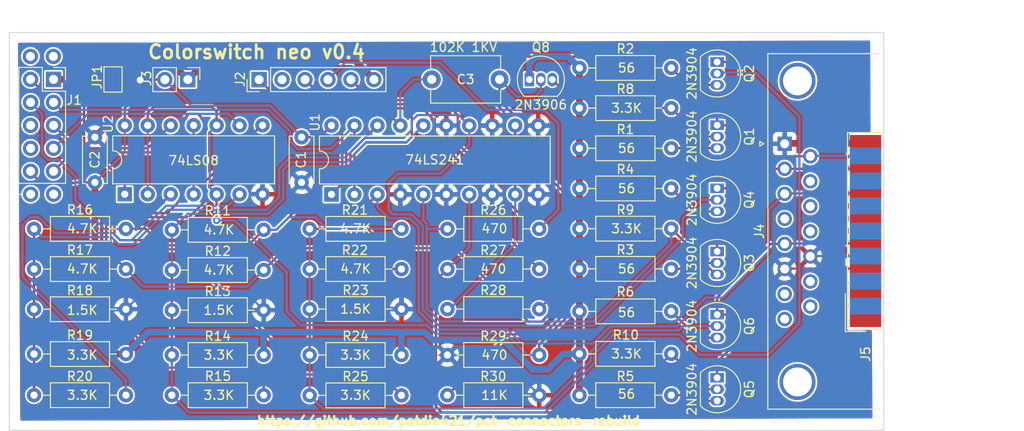
<source format=kicad_pcb>
(kicad_pcb (version 20221018) (generator pcbnew)
  (layers (0 "F.Cu" signal) (31 "B.Cu" signal) (34 "B.Paste" user) (35 "F.Paste" user) (36 "B.SilkS" user "B.Silkscreen") (37 "F.SilkS" user "F.Silkscreen") (38 "B.Mask" user) (39 "F.Mask" user) (44 "Edge.Cuts" user))
  (net 0 "")
  (net 1 "VCC")
  (net 2 "GND1")
  (net 3 "CS")
  (net 4 "Net-(Q8-B)")
  (net 5 "BLUE")
  (net 6 "Net-(Q1-B)")
  (net 7 "Net-(Q1-C)")
  (net 8 "CB")
  (net 9 "Net-(Q2-C)")
  (net 10 "RED")
  (net 11 "Net-(Q3-B)")
  (net 12 "Net-(Q3-C)")
  (net 13 "CR")
  (net 14 "Net-(Q4-C)")
  (net 15 "GREEN")
  (net 16 "Net-(Q5-B)")
  (net 17 "Net-(Q5-C)")
  (net 18 "CG")
  (net 19 "Net-(Q6-C)")
  (net 20 "Net-(Q8-C)")
  (net 21 "XINT")
  (net 22 "XB")
  (net 23 "XR")
  (net 24 "XG")
  (net 25 "Net-(J2-Pin_4)")
  (net 26 "Net-(J2-Pin_3)")
  (net 27 "Net-(J2-Pin_5)")
  (net 28 "ENABLE")
  (net 29 "Net-(J2-Pin_1)")
  (net 30 "CSYNC")
  (net 31 "G")
  (net 32 "B")
  (net 33 "R")
  (net 34 "INT")
  (net 35 "GND")
  (footprint "Resistor_THT:R_Axial_DIN0207_L6.3mm_D2.5mm_P10.16mm_Horizontal" (layer "F.Cu") (at 145.415 114.935)
    (fp_text reference "R30")
    (fp_text value "11K")
  )
  (footprint "Resistor_THT:R_Axial_DIN0207_L6.3mm_D2.5mm_P10.16mm_Horizontal" (layer "F.Cu") (at 130.175 105.41)
    (fp_text reference "R23")
    (fp_text value "1.5K")
  )
  (footprint "Connector_PinHeader_2.54mm:PinHeader_1x06_P2.54mm_Vertical" (layer "F.Cu") (at 124.587 80.03 90)
    (fp_text reference "J2")
    (fp_text value "Conn_01x06")
  )
  (footprint "Connector_PinHeader_2.54mm:PinHeader_1x02_P2.54mm_Vertical" (layer "F.Cu") (at 116.705 80.03 -90)
    (fp_text reference "J3")
    (fp_text value "Conn_01x02_Pin")
  )
  (footprint "Resistor_THT:R_Axial_DIN0207_L6.3mm_D2.5mm_P10.16mm_Horizontal" (layer "F.Cu") (at 160.02 114.935)
    (fp_text reference "R5")
    (fp_text value "56")
  )
  (footprint "Connector_PinHeader_2.54mm:PinHeader_1x02_P2.54mm_Vertical" (layer "F.Cu") (at 101.859 92.71 -90)
    (fp_text reference "J3" hide)
    (fp_text value "Conn_01x02_Pin")
  )
  (footprint "Resistor_THT:R_Axial_DIN0207_L6.3mm_D2.5mm_P10.16mm_Horizontal" (layer "F.Cu") (at 114.935 105.537)
    (fp_text reference "R13")
    (fp_text value "1.5K")
  )
  (footprint "Resistor_THT:R_Axial_DIN0207_L6.3mm_D2.5mm_P10.16mm_Horizontal" (layer "F.Cu") (at 114.935 114.935)
    (fp_text reference "R15")
    (fp_text value "3.3K")
  )
  (footprint "Connector_PinHeader_2.54mm:PinHeader_2x05_P2.54mm_Vertical" (layer "F.Cu") (at 99.314 80.01)
    (fp_text reference "J1")
    (fp_text value "Conn_02x05_Odd_Even")
  )
  (footprint "Package_DIP:DIP-14_W7.62mm" (layer "F.Cu") (at 109.728 92.71 90)
    (fp_text reference "U2")
    (fp_text value "74LS08")
  )
  (footprint "Capacitor_THT:C_Disc_D7.5mm_W5.0mm_P7.50mm" (layer "F.Cu") (at 143.683159 80.01)
    (fp_text reference "C3")
    (fp_text value "102K 1KV")
  )
  (footprint "Resistor_THT:R_Axial_DIN0207_L6.3mm_D2.5mm_P10.16mm_Horizontal" (layer "F.Cu") (at 114.935 96.647)
    (fp_text reference "R11")
    (fp_text value "4.7K")
  )
  (footprint "Resistor_THT:R_Axial_DIN0207_L6.3mm_D2.5mm_P10.16mm_Horizontal" (layer "F.Cu") (at 99.695 100.985)
    (fp_text reference "R17")
    (fp_text value "4.7K")
  )
  (footprint "Package_TO_SOT_THT:TO-92_Inline" (layer "F.Cu") (at 154.478159 80.03)
    (fp_text reference "Q8")
    (fp_text value "2N3906")
  )
  (footprint "Resistor_THT:R_Axial_DIN0207_L6.3mm_D2.5mm_P10.16mm_Horizontal" (layer "F.Cu") (at 145.415 96.54)
    (fp_text reference "R26")
    (fp_text value "470")
  )
  (footprint "Resistor_THT:R_Axial_DIN0207_L6.3mm_D2.5mm_P10.16mm_Horizontal" (layer "F.Cu") (at 145.415 100.985)
    (fp_text reference "R27")
    (fp_text value "470")
  )
  (footprint "Package_TO_SOT_THT:TO-92_Inline" (layer "F.Cu") (at 175.248159 99.04 -90)
    (fp_text reference "Q3")
    (fp_text value "2N3904")
  )
  (footprint "Resistor_THT:R_Axial_DIN0207_L6.3mm_D2.5mm_P10.16mm_Horizontal" (layer "F.Cu") (at 99.695 110.383)
    (fp_text reference "R19")
    (fp_text value "3.3K")
  )
  (footprint "Package_TO_SOT_THT:TO-92_Inline" (layer "F.Cu") (at 175.248159 78.085 -90)
    (fp_text reference "Q2")
    (fp_text value "2N3904")
  )
  (footprint "Resistor_THT:R_Axial_DIN0207_L6.3mm_D2.5mm_P10.16mm_Horizontal" (layer "F.Cu") (at 145.415 110.49)
    (fp_text reference "R29")
    (fp_text value "470")
  )
  (footprint "Resistor_THT:R_Axial_DIN0207_L6.3mm_D2.5mm_P10.16mm_Horizontal" (layer "F.Cu") (at 160.02 92.075)
    (fp_text reference "R4")
    (fp_text value "56")
  )
  (footprint "Resistor_THT:R_Axial_DIN0207_L6.3mm_D2.5mm_P10.16mm_Horizontal" (layer "F.Cu") (at 114.935 110.49)
    (fp_text reference "R14")
    (fp_text value "3.3K")
  )
  (footprint "Resistor_THT:R_Axial_DIN0207_L6.3mm_D2.5mm_P10.16mm_Horizontal" (layer "F.Cu") (at 99.695 105.43)
    (fp_text reference "R18")
    (fp_text value "1.5K")
  )
  (footprint "Jumper:SolderJumper-2_P1.3mm_Open_Pad1.0x1.5mm" (layer "F.Cu") (at 108.43 80.015 -90)
    (fp_text reference "JP1")
    (fp_text value "Jumper_2_Open")
  )
  (footprint "Package_TO_SOT_THT:TO-92_Inline" (layer "F.Cu") (at 175.248159 106.025 -90)
    (fp_text reference "Q6")
    (fp_text value "2N3904")
  )
  (footprint "Resistor_THT:R_Axial_DIN0207_L6.3mm_D2.5mm_P10.16mm_Horizontal" (layer "F.Cu") (at 99.695 96.54)
    (fp_text reference "R16")
    (fp_text value "4.7K")
  )
  (footprint "Resistor_THT:R_Axial_DIN0207_L6.3mm_D2.5mm_P10.16mm_Horizontal" (layer "F.Cu") (at 170.18 83.185 180)
    (fp_text reference "R8")
    (fp_text value "3.3K")
  )
  (footprint "Resistor_THT:R_Axial_DIN0207_L6.3mm_D2.5mm_P10.16mm_Horizontal" (layer "F.Cu") (at 170.18 110.363 180)
    (fp_text reference "R10")
    (fp_text value "3.3K")
  )
  (footprint "Resistor_THT:R_Axial_DIN0207_L6.3mm_D2.5mm_P10.16mm_Horizontal" (layer "F.Cu") (at 160.02 100.965)
    (fp_text reference "R3")
    (fp_text value "56")
  )
  (footprint "Resistor_THT:R_Axial_DIN0207_L6.3mm_D2.5mm_P10.16mm_Horizontal" (layer "F.Cu") (at 130.175 114.955)
    (fp_text reference "R25")
    (fp_text value "3.3K")
  )
  (footprint "Resistor_THT:R_Axial_DIN0207_L6.3mm_D2.5mm_P10.16mm_Horizontal" (layer "F.Cu") (at 160.02 105.664)
    (fp_text reference "R6")
    (fp_text value "56")
  )
  (footprint "Capacitor_THT:C_Disc_D5.0mm_W2.5mm_P5.00mm" (layer "F.Cu") (at 129.286 86.4 -90)
    (fp_text reference "C1")
    (fp_text value "10nF")
  )
  (footprint "Package_TO_SOT_THT:TO-92_Inline" (layer "F.Cu") (at 175.248159 113.01 -90)
    (fp_text reference "Q5")
    (fp_text value "2N3904")
  )
  (footprint "Package_TO_SOT_THT:TO-92_Inline" (layer "F.Cu") (at 175.248159 85.07 -90)
    (fp_text reference "Q1")
    (fp_text value "2N3904")
  )
  (footprint "Resistor_THT:R_Axial_DIN0207_L6.3mm_D2.5mm_P10.16mm_Horizontal" (layer "F.Cu") (at 160.02 78.74)
    (fp_text reference "R2")
    (fp_text value "56")
  )
  (footprint "Resistor_THT:R_Axial_DIN0207_L6.3mm_D2.5mm_P10.16mm_Horizontal" (layer "F.Cu") (at 170.18 96.52 180)
    (fp_text reference "R9")
    (fp_text value "3.3K")
  )
  (footprint "Package_TO_SOT_THT:TO-92_Inline" (layer "F.Cu") (at 175.248159 92.055 -90)
    (fp_text reference "Q4")
    (fp_text value "2N3904")
  )
  (footprint "Resistor_THT:R_Axial_DIN0207_L6.3mm_D2.5mm_P10.16mm_Horizontal" (layer "F.Cu") (at 130.175 100.985)
    (fp_text reference "R22")
    (fp_text value "4.7K")
  )
  (footprint "Resistor_THT:R_Axial_DIN0207_L6.3mm_D2.5mm_P10.16mm_Horizontal" (layer "F.Cu") (at 145.415 105.41)
    (fp_text reference "R28")
    (fp_text value "470")
  )
  (footprint "Resistor_THT:R_Axial_DIN0207_L6.3mm_D2.5mm_P10.16mm_Horizontal" (layer "F.Cu") (at 99.695 114.935)
    (fp_text reference "R20")
    (fp_text value "3.3K")
  )
  (footprint "Capacitor_THT:C_Disc_D5.0mm_W2.5mm_P5.00mm" (layer "F.Cu") (at 106.426 91.4 90)
    (fp_text reference "C2")
    (fp_text value "10nF")
  )
  (footprint "Resistor_THT:R_Axial_DIN0207_L6.3mm_D2.5mm_P10.16mm_Horizontal" (layer "F.Cu") (at 130.175 96.54)
    (fp_text reference "R21")
    (fp_text value "4.7K")
  )
  (footprint "Connector_PinHeader_2.54mm:PinHeader_1x02_P2.54mm_Vertical" (layer "F.Cu") (at 101.835 77.47 -90)
    (fp_text reference "J3" hide)
    (fp_text value "Conn_01x02_Pin")
  )
  (footprint "Connector_Dsub:DSUB-15_Female_Horizontal_P2.77x2.84mm_EdgePinOffset7.70mm_Housed_MountingHolesOffset9.12mm" (layer "F.Cu") (at 182.718159 87.125 90)
    (fp_text reference "J4")
    (fp_text value "DA15_Plug")
  )
  (footprint "Package_DIP:DIP-20_W7.62mm" (layer "F.Cu") (at 132.593 92.73 90)
    (fp_text reference "U1")
    (fp_text value "74LS241")
  )
  (footprint "Resistor_THT:R_Axial_DIN0207_L6.3mm_D2.5mm_P10.16mm_Horizontal" (layer "F.Cu") (at 160.02 87.63)
    (fp_text reference "R1")
    (fp_text value "56")
  )
  (footprint "Resistor_THT:R_Axial_DIN0207_L6.3mm_D2.5mm_P10.16mm_Horizontal" (layer "F.Cu") (at 130.175 110.49)
    (fp_text reference "R24")
    (fp_text value "3.3K")
  )
  (footprint "Connector_Dsub:DSUB-15_Male_EdgeMount_P2.77mm" (layer "F.Cu") (at 191.6655 96.774 90)
    (fp_text reference "J5")
    (fp_text value "DA15_Plug")
  )
  (footprint "Resistor_THT:R_Axial_DIN0207_L6.3mm_D2.5mm_P10.16mm_Horizontal" (layer "F.Cu") (at 114.935 101.092)
    (fp_text reference "R12")
    (fp_text value "4.7K")
  )
  (gr_rect (start 96.962 74.83) (end 193.675 118.83) (stroke (width 0.1)) (fill none) (layer "Edge.Cuts"))
  (gr_text "Colorswitch neo v0.4" (at 112.141 77.851) (layer "F.SilkS") (effects (font (size 1.5 1.5) (thickness 0.3) bold) (justify left bottom)))
  (gr_text "https://github.com/patdie421/pct-connectors-rebuild" (at 124.206 118.364) (layer "F.SilkS") (effects (font (size 1 1) (thickness 0.3) bold) (justify left bottom)))
  (segment (start 104.152656 91.467344) (end 100.484344 91.467344) (width 0.25) (layer "F.Cu") (net 1))
  (segment (start 129.286 86.4) (end 131.303 86.4) (width 0.25) (layer "F.Cu") (net 1))
  (segment (start 114.165 80.03) (end 112.883 80.03) (width 0.25) (layer "F.Cu") (net 1))
  (segment (start 108.478 110.383) (end 106.426 108.331) (width 0.75) (layer "F.Cu") (net 1))
  (segment (start 106.426 108.331) (end 106.426 91.4) (width 0.75) (layer "F.Cu") (net 1))
  (segment (start 160.02 96.52) (end 160.02 100.965) (width 0.75) (layer "F.Cu") (net 1))
  (segment (start 104.22 91.4) (end 104.152656 91.467344) (width 0.25) (layer "F.Cu") (net 1))
  (segment (start 160.02 110.363) (end 160.02 115.062) (width 0.75) (layer "F.Cu") (net 1))
  (segment (start 100.484344 91.467344) (end 99.314 90.297) (width 0.25) (layer "F.Cu") (net 1))
  (segment (start 160.02 78.74) (end 160.02 83.185) (width 0.75) (layer "F.Cu") (net 1))
  (segment (start 109.728 83.185) (end 109.728 85.09) (width 0.25) (layer "F.Cu") (net 1))
  (segment (start 160.02 105.664) (end 160.02 100.965) (width 0.75) (layer "F.Cu") (net 1))
  (segment (start 160.02 110.363) (end 160.02 105.664) (width 0.75) (layer "F.Cu") (net 1))
  (segment (start 160.02 83.185) (end 160.02 87.63) (width 0.75) (layer "F.Cu") (net 1))
  (segment (start 160.02 87.63) (end 160.02 92.075) (width 0.75) (layer "F.Cu") (net 1))
  (segment (start 131.303 86.4) (end 132.593 85.11) (width 0.25) (layer "F.Cu") (net 1))
  (segment (start 109.855 110.383) (end 108.478 110.383) (width 0.75) (layer "F.Cu") (net 1))
  (segment (start 160.02 92.075) (end 160.02 96.52) (width 0.75) (layer "F.Cu") (net 1))
  (segment (start 106.426 91.4) (end 104.22 91.4) (width 0.25) (layer "F.Cu") (net 1))
  (segment (start 112.883 80.03) (end 109.728 83.185) (width 0.25) (layer "F.Cu") (net 1))
  (segment (start 160.02 92.075) (end 160.02 91.44) (width 0.25) (layer "B.Cu") (net 1))
  (segment (start 140.335 107.97) (end 138.441841 107.97) (width 0.75) (layer "B.Cu") (net 1))
  (segment (start 125.329 107.97) (end 138.441841 107.97) (width 0.75) (layer "B.Cu") (net 1))
  (segment (start 154.848421 112.08) (end 156.525 112.08) (width 0.75) (layer "B.Cu") (net 1))
  (segment (start 125.095 110.49) (end 125.095 108.204) (width 0.75) (layer "B.Cu") (net 1))
  (segment (start 129.286 86.4) (end 125.806 82.92) (width 0.25) (layer "B.Cu") (net 1))
  (segment (start 109.855 110.383) (end 112.268 107.97) (width 0.75) (layer "B.Cu") (net 1))
  (segment (start 125.806 82.92) (end 117.055 82.92) (width 0.25) (layer "B.Cu") (net 1))
  (segment (start 109.728 85.09) (end 109.728 88.098) (width 0.25) (layer "B.Cu") (net 1))
  (segment (start 154.478159 80.03) (end 154.478159 78.202133) (width 0.75) (layer "B.Cu") (net 1))
  (segment (start 117.055 82.92) (end 114.165 80.03) (width 0.25) (layer "B.Cu") (net 1))
  (segment (start 143.776863 108.83) (end 151.598421 108.83) (width 0.75) (layer "B.Cu") (net 1))
  (segment (start 142.916862 107.97) (end 143.776863 108.83) (width 0.75) (layer "B.Cu") (net 1))
  (segment (start 154.478159 78.202133) (end 155.210292 77.47) (width 0.75) (layer "B.Cu") (net 1))
  (segment (start 160 110.383) (end 160.02 110.363) (width 0.75) (layer "B.Cu") (net 1))
  (segment (start 112.268 107.97) (end 125.329 107.97) (width 0.75) (layer "B.Cu") (net 1))
  (segment (start 156.525 112.08) (end 158.222 110.383) (width 0.75) (layer "B.Cu") (net 1))
  (segment (start 109.728 88.098) (end 106.426 91.4) (width 0.25) (layer "B.Cu") (net 1))
  (segment (start 140.335 110.383) (end 140.335 107.97) (width 0.75) (layer "B.Cu") (net 1))
  (segment (start 155.210292 77.47) (end 158.75 77.47) (width 0.75) (layer "B.Cu") (net 1))
  (segment (start 158.222 110.383) (end 160 110.383) (width 0.75) (layer "B.Cu") (net 1))
  (segment (start 151.598421 108.83) (end 154.848421 112.08) (width 0.75) (layer "B.Cu") (net 1))
  (segment (start 158.75 77.47) (end 160.02 78.74) (width 0.75) (layer "B.Cu") (net 1))
  (segment (start 125.095 108.204) (end 125.329 107.97) (width 0.75) (layer "B.Cu") (net 1))
  (segment (start 138.441841 107.97) (end 142.916862 107.97) (width 0.75) (layer "B.Cu") (net 1))
  (segment (start 182.764159 87.079) (end 182.718159 87.125) (width 0.25) (layer "F.Cu") (net 2))
  (segment (start 108.43 84.396) (end 106.426 86.4) (width 0.75) (layer "F.Cu") (net 2))
  (segment (start 111.43 80.08) (end 110.845 80.665) (width 0.75) (layer "F.Cu") (net 2))
  (segment (start 110.845 80.665) (end 108.43 80.665) (width 0.75) (layer "F.Cu") (net 2))
  (segment (start 111.43 80.08) (end 111.33 79.98) (width 0.25) (layer "F.Cu") (net 2))
  (segment (start 182.764159 100.929) (end 182.718159 100.975) (width 0.25) (layer "F.Cu") (net 2))
  (segment (start 155.575 114.935) (end 155.575 115.082) (width 0.25) (layer "F.Cu") (net 2))
  (segment (start 108.43 80.665) (end 108.43 84.396) (width 0.75) (layer "F.Cu") (net 2))
  (segment (start 191.6655 87.079) (end 182.764159 87.079) (width 0.75) (layer "F.Cu") (net 2))
  (segment (start 191.6655 100.929) (end 182.764159 100.929) (width 0.25) (layer "F.Cu") (net 2))
  (via (at 111.43 80.08) (size 1) (drill 0.75) (layers "F.Cu" "B.Cu") (net 2))
  (segment (start 122.936 103.378) (end 125.095 105.537) (width 0.25) (layer "B.Cu") (net 2))
  (segment (start 191.6655 99.544) (end 185.604159 99.544) (width 0.25) (layer "B.Cu") (net 2))
  (segment (start 111.907 103.378) (end 122.936 103.378) (width 0.25) (layer "B.Cu") (net 2))
  (segment (start 109.855 105.43) (end 111.907 103.378) (width 0.25) (layer "B.Cu") (net 2))
  (segment (start 185.604159 99.544) (end 185.558159 99.59) (width 0.25) (layer "B.Cu") (net 2))
  (segment (start 151.15 110.51) (end 155.575 114.935) (width 0.25) (layer "B.Cu") (net 2))
  (segment (start 144.537841 110.51) (end 151.15 110.51) (width 0.25) (layer "B.Cu") (net 2))
  (segment (start 185.558159 99.59) (end 185.525 99.59) (width 0.25) (layer "B.Cu") (net 2))
  (segment (start 125.095 96.647) (end 126.492 96.647) (width 0.25) (layer "F.Cu") (net 3))
  (segment (start 133.783 90.88) (end 133.783 84.784) (width 0.25) (layer "F.Cu") (net 3))
  (segment (start 133.783 84.784) (end 134.912 83.655) (width 0.25) (layer "F.Cu") (net 3))
  (segment (start 131.699 91.44) (end 133.223 91.44) (width 0.25) (layer "F.Cu") (net 3))
  (segment (start 109.855 96.54) (end 109.875 96.52) (width 0.25) (layer "F.Cu") (net 3))
  (segment (start 133.223 91.44) (end 133.783 90.88) (width 0.25) (layer "F.Cu") (net 3))
  (segment (start 109.875 96.52) (end 112.014 96.52) (width 0.25) (layer "F.Cu") (net 3))
  (segment (start 134.912 83.655) (end 138.758 83.655) (width 0.25) (layer "F.Cu") (net 3))
  (segment (start 126.492 96.647) (end 131.699 91.44) (width 0.25) (layer "F.Cu") (net 3))
  (segment (start 112.014 96.52) (end 113.85 98.356) (width 0.25) (layer "F.Cu") (net 3))
  (segment (start 113.85 98.356) (end 123.386 98.356) (width 0.25) (layer "F.Cu") (net 3))
  (segment (start 123.386 98.356) (end 125.095 96.647) (width 0.25) (layer "F.Cu") (net 3))
  (segment (start 138.758 83.655) (end 140.213 85.11) (width 0.25) (layer "F.Cu") (net 3))
  (segment (start 140.315 96.52) (end 140.335 96.54) (width 0.25) (layer "B.Cu") (net 3))
  (segment (start 130.81 95.25) (end 132.08 96.52) (width 0.25) (layer "B.Cu") (net 3))
  (segment (start 102.443366 88.9) (end 104.267 90.723634) (width 0.25) (layer "B.Cu") (net 3))
  (segment (start 104.267 90.723634) (end 104.267 93.345) (width 0.25) (layer "B.Cu") (net 3))
  (segment (start 143.683159 80.01) (end 141.715957 80.01) (width 0.25) (layer "B.Cu") (net 3))
  (segment (start 100.584 83.82) (end 100.584 88.235513) (width 0.25) (layer "B.Cu") (net 3))
  (segment (start 126.492 96.647) (end 127.889 95.25) (width 0.25) (layer "B.Cu") (net 3))
  (segment (start 141.715957 80.01) (end 140.213 81.512957) (width 0.25) (layer "B.Cu") (net 3))
  (segment (start 99.314 82.55) (end 100.584 83.82) (width 0.25) (layer "B.Cu") (net 3))
  (segment (start 101.248487 88.9) (end 102.443366 88.9) (width 0.25) (layer "B.Cu") (net 3))
  (segment (start 107.462 96.54) (end 109.855 96.54) (width 0.25) (layer "B.Cu") (net 3))
  (segment (start 104.267 93.345) (end 107.462 96.54) (width 0.25) (layer "B.Cu") (net 3))
  (segment (start 125.095 96.647) (end 126.492 96.647) (width 0.25) (layer "B.Cu") (net 3))
  (segment (start 127.889 95.25) (end 130.81 95.25) (width 0.25) (layer "B.Cu") (net 3))
  (segment (start 132.08 96.52) (end 140.315 96.52) (width 0.25) (layer "B.Cu") (net 3))
  (segment (start 100.584 88.235513) (end 101.248487 88.9) (width 0.25) (layer "B.Cu") (net 3))
  (segment (start 140.213 81.512957) (end 140.213 85.11) (width 0.25) (layer "B.Cu") (net 3))
  (segment (start 145.415 114.935) (end 152.146 108.204) (width 0.25) (layer "F.Cu") (net 4))
  (segment (start 158.427 92.641) (end 154.178 88.392) (width 0.25) (layer "F.Cu") (net 4))
  (segment (start 154.178 84.582) (end 153.416 83.82) (width 0.25) (layer "F.Cu") (net 4))
  (segment (start 158.427 105.858604) (end 158.427 92.641) (width 0.25) (layer "F.Cu") (net 4))
  (segment (start 151.183159 82.349159) (end 151.183159 80.01) (width 0.25) (layer "F.Cu") (net 4))
  (segment (start 153.416 83.82) (end 152.654 83.82) (width 0.25) (layer "F.Cu") (net 4))
  (segment (start 156.081604 108.204) (end 158.427 105.858604) (width 0.25) (layer "F.Cu") (net 4))
  (segment (start 154.178 88.392) (end 154.178 84.582) (width 0.25) (layer "F.Cu") (net 4))
  (segment (start 152.654 83.82) (end 151.183159 82.349159) (width 0.25) (layer "F.Cu") (net 4))
  (segment (start 152.146 108.204) (end 156.081604 108.204) (width 0.25) (layer "F.Cu") (net 4))
  (segment (start 155.113159 81.915) (end 155.748159 81.28) (width 0.25) (layer "B.Cu") (net 4))
  (segment (start 153.088159 81.915) (end 155.113159 81.915) (width 0.25) (layer "B.Cu") (net 4))
  (segment (start 151.183159 80.01) (end 153.088159 81.915) (width 0.25) (layer "B.Cu") (net 4))
  (segment (start 155.748159 81.28) (end 155.748159 80.03) (width 0.25) (layer "B.Cu") (net 4))
  (segment (start 175.258159 85.08) (end 177.028 85.08) (width 0.25) (layer "F.Cu") (net 5))
  (segment (start 175.248159 83.323841) (end 177.8 80.772) (width 0.25) (layer "F.Cu") (net 5))
  (segment (start 177.8 80.772) (end 177.8 78.682329) (width 0.25) (layer "F.Cu") (net 5))
  (segment (start 180.458 88.51) (end 185.558159 88.51) (width 0.25) (layer "F.Cu") (net 5))
  (segment (start 177.8 78.682329) (end 177.202671 78.085) (width 0.25) (layer "F.Cu") (net 5))
  (segment (start 177.028 85.08) (end 180.458 88.51) (width 0.25) (layer "F.Cu") (net 5))
  (segment (start 175.248159 85.07) (end 175.248159 83.323841) (width 0.25) (layer "F.Cu") (net 5))
  (segment (start 175.248159 85.07) (end 175.258159 85.08) (width 0.25) (layer "F.Cu") (net 5))
  (segment (start 177.202671 78.085) (end 175.248159 78.085) (width 0.25) (layer "F.Cu") (net 5))
  (segment (start 175.248159 85.07) (end 175.258159 85.06) (width 0.25) (layer "F.Cu") (net 5))
  (segment (start 191.6655 88.464) (end 185.604159 88.464) (width 0.25) (layer "B.Cu") (net 5))
  (segment (start 185.604159 88.464) (end 185.558159 88.51) (width 0.25) (layer "B.Cu") (net 5))
  (segment (start 151.638 85.7885) (end 151.638 83.566) (width 0.25) (layer "F.Cu") (net 6))
  (segment (start 150.348 77.49) (end 161.945 77.49) (width 0.25) (layer "F.Cu") (net 6))
  (segment (start 152.458 86.6085) (end 151.638 85.7885) (width 0.25) (layer "F.Cu") (net 6))
  (segment (start 175.248159 86.34) (end 173.335 86.34) (width 0.25) (layer "F.Cu") (net 6))
  (segment (start 152.458 90.228) (end 152.458 86.6085) (width 0.25) (layer "F.Cu") (net 6))
  (segment (start 152.908 92.725) (end 152.908 90.678) (width 0.25) (layer "F.Cu") (net 6))
  (segment (start 151.638 83.566) (end 149.858159 81.786159) (width 0.25) (layer "F.Cu") (net 6))
  (segment (start 173.335 86.34) (end 170.18 83.185) (width 0.25) (layer "F.Cu") (net 6))
  (segment (start 152.908 90.678) (end 152.458 90.228) (width 0.25) (layer "F.Cu") (net 6))
  (segment (start 149.858159 81.786159) (end 149.858159 77.979841) (width 0.25) (layer "F.Cu") (net 6))
  (segment (start 161.945 77.49) (end 167.64 83.185) (width 0.25) (layer "F.Cu") (net 6))
  (segment (start 152.913 92.73) (end 152.908 92.725) (width 0.25) (layer "F.Cu") (net 6))
  (segment (start 149.858159 77.979841) (end 150.348 77.49) (width 0.25) (layer "F.Cu") (net 6))
  (segment (start 167.64 83.185) (end 170.18 83.185) (width 0.25) (layer "F.Cu") (net 6))
  (segment (start 152.913 98.186) (end 145.415 105.684) (width 0.25) (layer "B.Cu") (net 6))
  (segment (start 152.913 92.73) (end 152.913 98.186) (width 0.25) (layer "B.Cu") (net 6))
  (segment (start 170.18 87.63) (end 170.2 87.61) (width 0.25) (layer "F.Cu") (net 7))
  (segment (start 170.2 87.61) (end 175.248159 87.61) (width 0.25) (layer "F.Cu") (net 7))
  (segment (start 114.935 110.49) (end 114.935 105.537) (width 0.25) (layer "F.Cu") (net 8))
  (segment (start 114.935 101.092) (end 114.935 105.537) (width 0.25) (layer "F.Cu") (net 8))
  (segment (start 184.346 106.992) (end 180.868 110.47) (width 0.25) (layer "B.Cu") (net 8))
  (segment (start 116.702 94.88) (end 125.592 94.88) (width 0.25) (layer "B.Cu") (net 8))
  (segment (start 161.701637 111.348363) (end 156.19 116.86) (width 0.25) (layer "B.Cu") (net 8))
  (segment (start 136.456 86.937) (end 140.926 86.937) (width 0.25) (layer "B.Cu") (net 8))
  (segment (start 175.248159 79.355) (end 175.661 79.355) (width 0.25) (layer "B.Cu") (net 8))
  (segment (start 128.143 89.154) (end 134.239 89.154) (width 0.25) (layer "B.Cu") (net 8))
  (segment (start 175.768 79.248) (end 179.451001 79.248) (width 0.25) (layer "B.Cu") (net 8))
  (segment (start 114.935 96.647) (end 114.935 101.092) (width 0.25) (layer "B.Cu") (net 8))
  (segment (start 140.926 86.937) (end 142.753 85.11) (width 0.25) (layer "B.Cu") (net 8))
  (segment (start 127.254 90.043) (end 128.143 89.154) (width 0.25) (layer "B.Cu") (net 8))
  (segment (start 175.661 79.355) (end 175.768 79.248) (width 0.25) (layer "B.Cu") (net 8))
  (segment (start 127.254 93.218) (end 127.254 90.043) (width 0.25) (layer "B.Cu") (net 8))
  (segment (start 180.868 110.47) (end 173.335 110.47) (width 0.25) (layer "B.Cu") (net 8))
  (segment (start 114.935 96.647) (end 116.702 94.88) (width 0.25) (layer "B.Cu") (net 8))
  (segment (start 114.935 114.935) (end 114.935 110.49) (width 0.25) (layer "B.Cu") (net 8))
  (segment (start 179.451001 79.248) (end 184.346 84.142999) (width 0.25) (layer "B.Cu") (net 8))
  (segment (start 163.820396 108.215) (end 161.701637 110.333759) (width 0.25) (layer "B.Cu") (net 8))
  (segment (start 125.592 94.88) (end 127.254 93.218) (width 0.25) (layer "B.Cu") (net 8))
  (segment (start 171.08 108.215) (end 163.820396 108.215) (width 0.25) (layer "B.Cu") (net 8))
  (segment (start 184.346 84.142999) (end 184.346 106.992) (width 0.25) (layer "B.Cu") (net 8))
  (segment (start 134.239 89.154) (end 136.456 86.937) (width 0.25) (layer "B.Cu") (net 8))
  (segment (start 156.19 116.86) (end 116.86 116.86) (width 0.25) (layer "B.Cu") (net 8))
  (segment (start 161.701637 110.333759) (end 161.701637 111.348363) (width 0.25) (layer "B.Cu") (net 8))
  (segment (start 116.86 116.86) (end 114.935 114.935) (width 0.25) (layer "B.Cu") (net 8))
  (segment (start 173.335 110.47) (end 171.08 108.215) (width 0.25) (layer "B.Cu") (net 8))
  (segment (start 170.18 78.74) (end 172.065 80.625) (width 0.25) (layer "F.Cu") (net 9))
  (segment (start 172.065 80.625) (end 175.248159 80.625) (width 0.25) (layer "F.Cu") (net 9))
  (segment (start 175.248159 92.055) (end 177.202671 92.055) (width 0.25) (layer "F.Cu") (net 10))
  (segment (start 177.202671 92.055) (end 177.8 92.652329) (width 0.25) (layer "F.Cu") (net 10))
  (segment (start 182.718159 89.895) (end 191.495 89.895) (width 0.25) (layer "F.Cu") (net 10))
  (segment (start 177.038 92.055) (end 175.248159 92.055) (width 0.25) (layer "F.Cu") (net 10))
  (segment (start 179.198 89.895) (end 177.038 92.055) (width 0.25) (layer "F.Cu") (net 10))
  (segment (start 177.8 94.742) (end 175.248159 97.293841) (width 0.25) (layer "F.Cu") (net 10))
  (segment (start 177.8 92.652329) (end 177.8 94.742) (width 0.25) (layer "F.Cu") (net 10))
  (segment (start 175.248159 97.293841) (end 175.248159 99.04) (width 0.25) (layer "F.Cu") (net 10))
  (segment (start 191.495 89.895) (end 191.516 89.916) (width 0.25) (layer "F.Cu") (net 10))
  (segment (start 182.718159 89.895) (end 179.198 89.895) (width 0.25) (layer "F.Cu") (net 10))
  (segment (start 170.18 96.52) (end 173.97 100.31) (width 0.25) (layer "F.Cu") (net 11))
  (segment (start 173.97 100.31) (end 175.248159 100.31) (width 0.25) (layer "F.Cu") (net 11))
  (segment (start 170.18 96.52) (end 170.18 98.171) (width 0.25) (layer "B.Cu") (net 11))
  (segment (start 143.129 96.52) (end 143.129 105.283) (width 0.25) (layer "B.Cu") (net 11))
  (segment (start 175.712779 100.31) (end 175.248159 100.31) (width 0.25) (layer "B.Cu") (net 11))
  (segment (start 145.415 95.885) (end 145.415 96.54) (width 0.25) (layer "B.Cu") (net 11))
  (segment (start 170.18 98.171) (end 168.041 100.31) (width 0.25) (layer "B.Cu") (net 11))
  (segment (start 143.129 105.283) (end 144.626 106.78) (width 0.25) (layer "B.Cu") (net 11))
  (segment (start 152.877029 106.78) (end 152.886029 106.789) (width 0.25) (layer "B.Cu") (net 11))
  (segment (start 142.748 95.593) (end 143.129 95.974) (width 0.25) (layer "B.Cu") (net 11))
  (segment (start 161.562 106.789) (end 168.041 100.31) (width 0.25) (layer "B.Cu") (net 11))
  (segment (start 145.415 96.54) (end 143.149 96.54) (width 0.25) (layer "B.Cu") (net 11))
  (segment (start 142.753 92.73) (end 142.748 92.735) (width 0.25) (layer "B.Cu") (net 11))
  (segment (start 144.626 106.78) (end 152.877029 106.78) (width 0.25) (layer "B.Cu") (net 11))
  (segment (start 143.149 96.54) (end 143.129 96.52) (width 0.25) (layer "B.Cu") (net 11))
  (segment (start 143.129 95.974) (end 143.129 96.52) (width 0.25) (layer "B.Cu") (net 11))
  (segment (start 152.886029 106.789) (end 161.562 106.789) (width 0.25) (layer "B.Cu") (net 11))
  (segment (start 142.748 92.735) (end 142.748 95.593) (width 0.25) (layer "B.Cu") (net 11))
  (segment (start 175.094969 101.58) (end 175.248159 101.58) (width 0.25) (layer "F.Cu") (net 12))
  (segment (start 170.18 100.965) (end 174.479969 100.965) (width 0.25) (layer "F.Cu") (net 12))
  (segment (start 174.479969 100.965) (end 175.094969 101.58) (width 0.25) (layer "F.Cu") (net 12))
  (segment (start 99.695 105.43) (end 99.695 100.985) (width 0.25) (layer "F.Cu") (net 13))
  (segment (start 99.695 100.985) (end 99.695 96.54) (width 0.25) (layer "F.Cu") (net 13))
  (segment (start 99.695 110.383) (end 99.695 105.43) (width 0.25) (layer "F.Cu") (net 13))
  (segment (start 99.695 115.082) (end 99.695 110.383) (width 0.25) (layer "F.Cu") (net 13))
  (segment (start 139.377 94.927) (end 141.445604 94.927) (width 0.25) (layer "B.Cu") (net 13))
  (segment (start 171.45 95.377) (end 173.502 93.325) (width 0.25) (layer "B.Cu") (net 13))
  (segment (start 147.833 85.11) (end 147.833 87.244) (width 0.25) (layer "B.Cu") (net 13))
  (segment (start 142.679 105.469396) (end 144.439604 107.23) (width 0.25) (layer "B.Cu") (net 13))
  (segment (start 142.113 83.947) (end 146.67 83.947) (width 0.25) (layer "B.Cu") (net 13))
  (segment (start 138.938 94.488) (end 139.377 94.927) (width 0.25) (layer "B.Cu") (net 13))
  (segment (start 139.954 90.424) (end 138.938 91.44) (width 0.25) (layer "B.Cu") (net 13))
  (segment (start 161.748396 107.239) (end 171.45 97.537396) (width 0.25) (layer "B.Cu") (net 13))
  (segment (start 141.445604 94.927) (end 142.679 96.160396) (width 0.25) (layer "B.Cu") (net 13))
  (segment (start 100.595 97.44) (end 108.235 97.44) (width 0.25) (layer "B.Cu") (net 13))
  (segment (start 152.690633 107.23) (end 152.699633 107.239) (width 0.25) (layer "B.Cu") (net 13))
  (segment (start 126.804 89.856604) (end 128.014604 88.646) (width 0.25) (layer "B.Cu") (net 13))
  (segment (start 146.67 83.947) (end 147.833 85.11) (width 0.25) (layer "B.Cu") (net 13))
  (segment (start 171.45 97.537396) (end 171.45 95.377) (width 0.25) (layer "B.Cu") (net 13))
  (segment (start 136.269604 86.487) (end 140.589 86.487) (width 0.25) (layer "B.Cu") (net 13))
  (segment (start 134.110604 88.646) (end 136.269604 86.487) (width 0.25) (layer "B.Cu") (net 13))
  (segment (start 147.833 87.244) (end 144.653 90.424) (width 0.25) (layer "B.Cu") (net 13))
  (segment (start 144.653 90.424) (end 139.954 90.424) (width 0.25) (layer "B.Cu") (net 13))
  (segment (start 152.699633 107.239) (end 161.748396 107.239) (width 0.25) (layer "B.Cu") (net 13))
  (segment (start 126.804 93.031604) (end 126.804 89.856604) (width 0.25) (layer "B.Cu") (net 13))
  (segment (start 141.478 85.598) (end 141.478 84.582) (width 0.25) (layer "B.Cu") (net 13))
  (segment (start 173.502 93.325) (end 175.248159 93.325) (width 0.25) (layer "B.Cu") (net 13))
  (segment (start 138.938 91.44) (end 138.938 94.488) (width 0.25) (layer "B.Cu") (net 13))
  (segment (start 142.679 96.160396) (end 142.679 105.469396) (width 0.25) (layer "B.Cu") (net 13))
  (segment (start 128.014604 88.646) (end 134.110604 88.646) (width 0.25) (layer "B.Cu") (net 13))
  (segment (start 99.695 96.54) (end 100.595 97.44) (width 0.25) (layer "B.Cu") (net 13))
  (segment (start 114.486396 94.43) (end 125.405604 94.43) (width 0.25) (layer "B.Cu") (net 13))
  (segment (start 144.439604 107.23) (end 152.690633 107.23) (width 0.25) (layer "B.Cu") (net 13))
  (segment (start 110.676396 98.24) (end 114.486396 94.43) (width 0.25) (layer "B.Cu") (net 13))
  (segment (start 141.478 84.582) (end 142.113 83.947) (width 0.25) (layer "B.Cu") (net 13))
  (segment (start 109.035 98.24) (end 110.676396 98.24) (width 0.25) (layer "B.Cu") (net 13))
  (segment (start 140.589 86.487) (end 141.478 85.598) (width 0.25) (layer "B.Cu") (net 13))
  (segment (start 125.405604 94.43) (end 126.804 93.031604) (width 0.25) (layer "B.Cu") (net 13))
  (segment (start 108.235 97.44) (end 109.035 98.24) (width 0.25) (layer "B.Cu") (net 13))
  (segment (start 175.228159 94.615) (end 175.248159 94.595) (width 0.25) (layer "F.Cu") (net 14))
  (segment (start 172.72 94.615) (end 175.228159 94.615) (width 0.25) (layer "F.Cu") (net 14))
  (segment (start 170.18 92.075) (end 172.72 94.615) (width 0.25) (layer "F.Cu") (net 14))
  (segment (start 181.163159 98.205) (end 175.248159 104.12) (width 0.25) (layer "F.Cu") (net 15))
  (segment (start 182.764159 98.159) (end 182.718159 98.205) (width 0.25) (layer "F.Cu") (net 15))
  (segment (start 175.248159 111.263841) (end 175.248159 113.01) (width 0.25) (layer "F.Cu") (net 15))
  (segment (start 177.8 108.712) (end 175.248159 111.263841) (width 0.25) (layer "F.Cu") (net 15))
  (segment (start 182.718159 98.205) (end 181.163159 98.205) (width 0.25) (layer "F.Cu") (net 15))
  (segment (start 175.248159 104.12) (end 175.248159 106.025) (width 0.25) (layer "F.Cu") (net 15))
  (segment (start 191.6655 98.159) (end 182.764159 98.159) (width 0.25) (layer "F.Cu") (net 15))
  (segment (start 177.202671 106.025) (end 177.8 106.622329) (width 0.25) (layer "F.Cu") (net 15))
  (segment (start 175.248159 106.025) (end 177.202671 106.025) (width 0.25) (layer "F.Cu") (net 15))
  (segment (start 177.8 106.622329) (end 177.8 108.712) (width 0.25) (layer "F.Cu") (net 15))
  (segment (start 170.18 110.363) (end 174.097 114.28) (width 0.25) (layer "F.Cu") (net 16))
  (segment (start 144.145 102.255) (end 144.145 116.196841) (width 0.25) (layer "F.Cu") (net 16))
  (segment (start 174.097 114.28) (end 175.248159 114.28) (width 0.25) (layer "F.Cu") (net 16))
  (segment (start 144.788159 116.84) (end 163.703 116.84) (width 0.25) (layer "F.Cu") (net 16))
  (segment (start 163.703 116.84) (end 170.18 110.363) (width 0.25) (layer "F.Cu") (net 16))
  (segment (start 144.145 116.196841) (end 144.788159 116.84) (width 0.25) (layer "F.Cu") (net 16))
  (segment (start 145.415 100.985) (end 144.145 102.255) (width 0.25) (layer "F.Cu") (net 16))
  (segment (start 147.833 98.567) (end 145.415 100.985) (width 0.25) (layer "B.Cu") (net 16))
  (segment (start 147.833 92.73) (end 147.833 98.567) (width 0.25) (layer "B.Cu") (net 16))
  (segment (start 172.728159 114.935) (end 173.363159 115.57) (width 0.25) (layer "F.Cu") (net 17))
  (segment (start 173.363159 115.57) (end 174.625 115.57) (width 0.25) (layer "F.Cu") (net 17))
  (segment (start 170.18 115.062) (end 170.18 114.935) (width 0.25) (layer "F.Cu") (net 17))
  (segment (start 170.18 114.935) (end 172.728159 114.935) (width 0.25) (layer "F.Cu") (net 17))
  (segment (start 157.977 104.659) (end 155.829 106.807) (width 0.25) (layer "F.Cu") (net 18))
  (segment (start 154.3685 106.807) (end 146.2405 98.679) (width 0.25) (layer "F.Cu") (net 18))
  (segment (start 154.178 91.311604) (end 154.178 97.026604) (width 0.25) (layer "F.Cu") (net 18))
  (segment (start 130.175 105.43) (end 130.175 110.383) (width 0.25) (layer "F.Cu") (net 18))
  (segment (start 157.977 100.825604) (end 157.977 104.659) (width 0.25) (layer "F.Cu") (net 18))
  (segment (start 152.913 85.11) (end 152.908 85.115) (width 0.25) (layer "F.Cu") (net 18))
  (segment (start 154.178 97.026604) (end 157.977 100.825604) (width 0.25) (layer "F.Cu") (net 18))
  (segment (start 155.829 106.807) (end 154.3685 106.807) (width 0.25) (layer "F.Cu") (net 18))
  (segment (start 146.2405 98.679) (end 138.695122 98.679) (width 0.25) (layer "F.Cu") (net 18))
  (segment (start 136.556122 96.54) (end 130.175 96.54) (width 0.25) (layer "F.Cu") (net 18))
  (segment (start 138.695122 98.679) (end 136.556122 96.54) (width 0.25) (layer "F.Cu") (net 18))
  (segment (start 152.908 90.041604) (end 154.178 91.311604) (width 0.25) (layer "F.Cu") (net 18))
  (segment (start 152.908 85.115) (end 152.908 90.041604) (width 0.25) (layer "F.Cu") (net 18))
  (segment (start 171.47 107.295) (end 175.248159 107.295) (width 0.25) (layer "B.Cu") (net 18))
  (segment (start 156.003604 116.41) (end 161.251637 111.161967) (width 0.25) (layer "B.Cu") (net 18))
  (segment (start 130.175 114.955) (end 131.63 116.41) (width 0.25) (layer "B.Cu") (net 18))
  (segment (start 161.251637 110.147363) (end 163.634 107.765) (width 0.25) (layer "B.Cu") (net 18))
  (segment (start 171 107.765) (end 171.47 107.295) (width 0.25) (layer "B.Cu") (net 18))
  (segment (start 131.63 116.41) (end 156.003604 116.41) (width 0.25) (layer "B.Cu") (net 18))
  (segment (start 130.175 100.985) (end 130.175 105.43) (width 0.25) (layer "B.Cu") (net 18))
  (segment (start 130.175 110.383) (end 130.175 114.955) (width 0.25) (layer "B.Cu") (net 18))
  (segment (start 130.175 96.54) (end 130.175 100.985) (width 0.25) (layer "B.Cu") (net 18))
  (segment (start 161.251637 111.161967) (end 161.251637 110.147363) (width 0.25) (layer "B.Cu") (net 18))
  (segment (start 163.634 107.765) (end 171 107.765) (width 0.25) (layer "B.Cu") (net 18))
  (segment (start 170.18 105.664) (end 173.101 108.585) (width 0.25) (layer "F.Cu") (net 19))
  (segment (start 175.228159 108.585) (end 175.248159 108.565) (width 0.25) (layer "F.Cu") (net 19))
  (segment (start 173.101 108.585) (end 175.228159 108.585) (width 0.25) (layer "F.Cu") (net 19))
  (segment (start 112.268 83.693) (end 112.268 85.09) (width 0.25) (layer "F.Cu") (net 20))
  (segment (start 119.888 85.09) (end 119.888 83.566) (width 0.25) (layer "F.Cu") (net 20))
  (segment (start 119.888 95.6045) (end 119.888 92.71) (width 0.25) (layer "F.Cu") (net 20))
  (segment (start 158.877 106.045) (end 158.877 81.888841) (width 0.25) (layer "F.Cu") (net 20))
  (segment (start 119.38 83.058) (end 112.903 83.058) (width 0.25) (layer "F.Cu") (net 20))
  (segment (start 119.888 83.566) (end 119.38 83.058) (width 0.25) (layer "F.Cu") (net 20))
  (segment (start 155.575 110.51) (end 155.575 109.347) (width 0.25) (layer "F.Cu") (net 20))
  (segment (start 158.877 81.888841) (end 157.018159 80.03) (width 0.25) (layer "F.Cu") (net 20))
  (segment (start 112.903 83.058) (end 112.268 83.693) (width 0.25) (layer "F.Cu") (net 20))
  (segment (start 155.575 109.347) (end 158.877 106.045) (width 0.25) (layer "F.Cu") (net 20))
  (via (at 119.888 95.6045) (size 0.8) (drill 0.4) (layers "F.Cu" "B.Cu") (net 20))
  (segment (start 119.565 85.11) (end 119.565 84.894) (width 0.25) (layer "B.Cu") (net 20))
  (segment (start 144.066812 108.13) (end 151.888371 108.13) (width 0.25) (layer "B.Cu") (net 20))
  (segment (start 112.268 85.09) (end 112.268 92.71) (width 0.25) (layer "B.Cu") (net 20))
  (segment (start 127.635 101.346) (end 127.635 105.664) (width 0.25) (layer "B.Cu") (net 20))
  (segment (start 151.888371 108.13) (end 154.248371 110.49) (width 0.25) (layer "B.Cu") (net 20))
  (segment (start 143.124812 107.188) (end 144.066812 108.13) (width 0.25) (layer "B.Cu") (net 20))
  (segment (start 154.248371 110.49) (end 155.575 110.49) (width 0.25) (layer "B.Cu") (net 20))
  (segment (start 121.8935 95.6045) (end 127.635 101.346) (width 0.25) (layer "B.Cu") (net 20))
  (segment (start 129.159 107.188) (end 143.124812 107.188) (width 0.25) (layer "B.Cu") (net 20))
  (segment (start 127.635 105.664) (end 129.159 107.188) (width 0.25) (layer "B.Cu") (net 20))
  (segment (start 119.126 85.852) (end 119.126 91.948) (width 0.25) (layer "B.Cu") (net 20))
  (segment (start 119.888 85.09) (end 119.126 85.852) (width 0.25) (layer "B.Cu") (net 20))
  (segment (start 119.888 95.6045) (end 121.8935 95.6045) (width 0.25) (layer "B.Cu") (net 20))
  (segment (start 119.126 91.948) (end 119.888 92.71) (width 0.25) (layer "B.Cu") (net 20))
  (segment (start 136.037 100.985) (end 140.335 100.985) (width 0.25) (layer "F.Cu") (net 21))
  (segment (start 133.731 98.679) (end 136.037 100.985) (width 0.25) (layer "F.Cu") (net 21))
  (segment (start 114.4325 94.8) (end 116.078 93.1545) (width 0.25) (layer "F.Cu") (net 21))
  (segment (start 108.135 99.265) (end 108.135 95.825604) (width 0.25) (layer "F.Cu") (net 21))
  (segment (start 108.135 95.825604) (end 109.160604 94.8) (width 0.25) (layer "F.Cu") (net 21))
  (segment (start 116.078 93.1545) (end 116.078 92.073604) (width 0.25) (layer "F.Cu") (net 21))
  (segment (start 127.508 98.679) (end 133.731 98.679) (width 0.25) (layer "F.Cu") (net 21))
  (segment (start 109.160604 94.8) (end 114.4325 94.8) (width 0.25) (layer "F.Cu") (net 21))
  (segment (start 125.095 101.092) (end 127.508 98.679) (width 0.25) (layer "F.Cu") (net 21))
  (segment (start 117.348 90.803604) (end 117.348 85.09) (width 0.25) (layer "F.Cu") (net 21))
  (segment (start 116.078 92.073604) (end 117.348 90.803604) (width 0.25) (layer "F.Cu") (net 21))
  (segment (start 109.855 100.985) (end 108.135 99.265) (width 0.25) (layer "F.Cu") (net 21))
  (segment (start 111.798 102.928) (end 123.122396 102.928) (width 0.25) (layer "B.Cu") (net 21))
  (segment (start 123.190698 102.996302) (end 125.095 101.092) (width 0.25) (layer "B.Cu") (net 21))
  (segment (start 123.122396 102.928) (end 123.190698 102.996302) (width 0.25) (layer "B.Cu") (net 21))
  (segment (start 109.855 100.985) (end 111.798 102.928) (width 0.25) (layer "B.Cu") (net 21))
  (segment (start 107.685 95.639208) (end 108.974208 94.35) (width 0.25) (layer "F.Cu") (net 22))
  (segment (start 113.168 94.35) (end 114.808 92.71) (width 0.25) (layer "F.Cu") (net 22))
  (segment (start 107.685 105.145) (end 107.685 95.639208) (width 0.25) (layer "F.Cu") (net 22))
  (segment (start 108.974208 94.35) (end 113.168 94.35) (width 0.25) (layer "F.Cu") (net 22))
  (segment (start 114.427 111.887) (end 107.685 105.145) (width 0.25) (layer "F.Cu") (net 22))
  (segment (start 123.952 111.887) (end 114.427 111.887) (width 0.25) (layer "F.Cu") (net 22))
  (segment (start 125.095 114.935) (end 125.095 113.03) (width 0.25) (layer "F.Cu") (net 22))
  (segment (start 125.095 113.03) (end 123.952 111.887) (width 0.25) (layer "F.Cu") (net 22))
  (segment (start 110.49 97.79) (end 109.221396 97.79) (width 0.25) (layer "B.Cu") (net 23))
  (segment (start 122.428 92.71) (end 121.158 93.98) (width 0.25) (layer "B.Cu") (net 23))
  (segment (start 121.158 93.98) (end 114.3 93.98) (width 0.25) (layer "B.Cu") (net 23))
  (segment (start 98.425 96.119061) (end 98.425 101.854) (width 0.25) (layer "B.Cu") (net 23))
  (segment (start 114.3 93.98) (end 110.49 97.79) (width 0.25) (layer "B.Cu") (net 23))
  (segment (start 108.421396 96.99) (end 101.943 96.99) (width 0.25) (layer "B.Cu") (net 23))
  (segment (start 101.943 96.99) (end 100.203 95.25) (width 0.25) (layer "B.Cu") (net 23))
  (segment (start 109.855 113.284) (end 109.855 114.935) (width 0.25) (layer "B.Cu") (net 23))
  (segment (start 98.425 101.854) (end 109.855 113.284) (width 0.25) (layer "B.Cu") (net 23))
  (segment (start 100.203 95.25) (end 99.294061 95.25) (width 0.25) (layer "B.Cu") (net 23))
  (segment (start 109.221396 97.79) (end 108.421396 96.99) (width 0.25) (layer "B.Cu") (net 23))
  (segment (start 99.294061 95.25) (end 98.425 96.119061) (width 0.25) (layer "B.Cu") (net 23))
  (segment (start 115.951 98.806) (end 129.794 112.649) (width 0.25) (layer "F.Cu") (net 24))
  (segment (start 108.585 97.155) (end 109.22 97.79) (width 0.25) (layer "F.Cu") (net 24))
  (segment (start 138.029 112.649) (end 140.335 114.955) (width 0.25) (layer "F.Cu") (net 24))
  (segment (start 129.794 112.649) (end 138.029 112.649) (width 0.25) (layer "F.Cu") (net 24))
  (segment (start 113.663604 98.806) (end 115.951 98.806) (width 0.25) (layer "F.Cu") (net 24))
  (segment (start 112.647604 97.79) (end 113.663604 98.806) (width 0.25) (layer "F.Cu") (net 24))
  (segment (start 109.347 95.25) (end 108.585 96.012) (width 0.25) (layer "F.Cu") (net 24))
  (segment (start 109.22 97.79) (end 112.647604 97.79) (width 0.25) (layer "F.Cu") (net 24))
  (segment (start 118.618 91.313) (end 118.618 93.472) (width 0.25) (layer "F.Cu") (net 24))
  (segment (start 116.84 95.25) (end 109.347 95.25) (width 0.25) (layer "F.Cu") (net 24))
  (segment (start 124.968 85.09) (end 124.841 85.09) (width 0.25) (layer "F.Cu") (net 24))
  (segment (start 118.618 93.472) (end 116.84 95.25) (width 0.25) (layer "F.Cu") (net 24))
  (segment (start 124.841 85.09) (end 118.618 91.313) (width 0.25) (layer "F.Cu") (net 24))
  (segment (start 108.585 96.012) (end 108.585 97.155) (width 0.25) (layer "F.Cu") (net 24))
  (segment (start 157.676 94.439) (end 157.676 84.903604) (width 0.25) (layer "B.Cu") (net 25))
  (segment (start 144.585396 78.163) (end 134.074 78.163) (width 0.25) (layer "B.Cu") (net 25))
  (segment (start 149.792396 83.37) (end 144.585396 78.163) (width 0.25) (layer "B.Cu") (net 25))
  (segment (start 156.142396 83.37) (end 149.792396 83.37) (width 0.25) (layer "B.Cu") (net 25))
  (segment (start 155.575 96.54) (end 157.676 94.439) (width 0.25) (layer "B.Cu") (net 25))
  (segment (start 134.074 78.163) (end 132.207 80.03) (width 0.25) (layer "B.Cu") (net 25))
  (segment (start 157.676 84.903604) (end 156.142396 83.37) (width 0.25) (layer "B.Cu") (net 25))
  (segment (start 149.098 91.44) (end 149.098 94.508) (width 0.25) (layer "F.Cu") (net 26))
  (segment (start 140.706396 82.755) (end 141.332396 83.381) (width 0.25) (layer "F.Cu") (net 26))
  (segment (start 149.098 94.508) (end 155.575 100.985) (width 0.25) (layer "F.Cu") (net 26))
  (segment (start 144.018 84.582) (end 144.018 86.36) (width 0.25) (layer "F.Cu") (net 26))
  (segment (start 132.392 82.755) (end 140.706396 82.755) (width 0.25) (layer "F.Cu") (net 26))
  (segment (start 141.332396 83.381) (end 142.817 83.381) (width 0.25) (layer "F.Cu") (net 26))
  (segment (start 142.817 83.381) (end 144.018 84.582) (width 0.25) (layer "F.Cu") (net 26))
  (segment (start 144.018 86.36) (end 149.098 91.44) (width 0.25) (layer "F.Cu") (net 26))
  (segment (start 129.667 80.03) (end 132.392 82.755) (width 0.25) (layer "F.Cu") (net 26))
  (segment (start 145.542 82.931) (end 146.558 83.947) (width 0.25) (layer "F.Cu") (net 27))
  (segment (start 141.518792 82.931) (end 145.542 82.931) (width 0.25) (layer "F.Cu") (net 27))
  (segment (start 134.747 80.03) (end 137.022 82.305) (width 0.25) (layer "F.Cu") (net 27))
  (segment (start 151.638 92.202) (end 151.638 93.091) (width 0.25) (layer "F.Cu") (net 27))
  (segment (start 157.226841 103.758159) (end 155.575 105.41) (width 0.25) (layer "F.Cu") (net 27))
  (segment (start 140.892792 82.305) (end 141.518792 82.931) (width 0.25) (layer "F.Cu") (net 27))
  (segment (start 146.558 87.122) (end 151.638 92.202) (width 0.25) (layer "F.Cu") (net 27))
  (segment (start 151.638 93.091) (end 153.728 95.181) (width 0.25) (layer "F.Cu") (net 27))
  (segment (start 153.728 95.181) (end 153.728 97.213) (width 0.25) (layer "F.Cu") (net 27))
  (segment (start 146.558 83.947) (end 146.558 87.122) (width 0.25) (layer "F.Cu") (net 27))
  (segment (start 137.022 82.305) (end 140.892792 82.305) (width 0.25) (layer "F.Cu") (net 27))
  (segment (start 157.226841 100.711841) (end 157.226841 103.758159) (width 0.25) (layer "F.Cu") (net 27))
  (segment (start 153.728 97.213) (end 157.226841 100.711841) (width 0.25) (layer "F.Cu") (net 27))
  (segment (start 134.233 91.09) (end 132.593 92.73) (width 0.25) (layer "F.Cu") (net 28))
  (segment (start 135.133 87.013604) (end 134.233 87.913604) (width 0.25) (layer "F.Cu") (net 28))
  (segment (start 135.133 85.11) (end 135.133 87.013604) (width 0.25) (layer "F.Cu") (net 28))
  (segment (start 134.233 87.913604) (end 134.233 91.09) (width 0.25) (layer "F.Cu") (net 28))
  (segment (start 128.836 87.688) (end 132.555 87.688) (width 0.25) (layer "B.Cu") (net 28))
  (segment (start 128.016 86.868) (end 128.836 87.688) (width 0.25) (layer "B.Cu") (net 28))
  (segment (start 128.016 85.766396) (end 128.016 86.868) (width 0.25) (layer "B.Cu") (net 28))
  (segment (start 101.854 82.55) (end 102.674 83.37) (width 0.25) (layer "B.Cu") (net 28))
  (segment (start 132.555 87.688) (end 135.133 85.11) (width 0.25) (layer "B.Cu") (net 28))
  (segment (start 125.619604 83.37) (end 128.016 85.766396) (width 0.25) (layer "B.Cu") (net 28))
  (segment (start 102.674 83.37) (end 125.619604 83.37) (width 0.25) (layer "B.Cu") (net 28))
  (segment (start 141.478 84.163) (end 140.52 83.205) (width 0.25) (layer "F.Cu") (net 29))
  (segment (start 130.485604 81.485) (end 126.042 81.485) (width 0.25) (layer "F.Cu") (net 29))
  (segment (start 136.424396 86.995) (end 140.843 86.995) (width 0.25) (layer "F.Cu") (net 29))
  (segment (start 140.52 83.205) (end 132.205604 83.205) (width 0.25) (layer "F.Cu") (net 29))
  (segment (start 141.478 86.36) (end 141.478 84.163) (width 0.25) (layer "F.Cu") (net 29))
  (segment (start 126.042 81.485) (end 124.587 80.03) (width 0.25) (layer "F.Cu") (net 29))
  (segment (start 135.133 88.286396) (end 136.424396 86.995) (width 0.25) (layer "F.Cu") (net 29))
  (segment (start 132.205604 83.205) (end 130.485604 81.485) (width 0.25) (layer "F.Cu") (net 29))
  (segment (start 140.843 86.995) (end 141.478 86.36) (width 0.25) (layer "F.Cu") (net 29))
  (segment (start 135.133 92.73) (end 135.133 88.286396) (width 0.25) (layer "F.Cu") (net 29))
  (segment (start 134.805 93.365) (end 134.805 92.73) (width 0.25) (layer "B.Cu") (net 29))
  (segment (start 134.62 93.98) (end 136.423 93.98) (width 0.25) (layer "F.Cu") (net 30))
  (segment (start 133.858 93.218) (end 134.62 93.98) (width 0.25) (layer "F.Cu") (net 30))
  (segment (start 182.764159 92.619) (end 182.718159 92.665) (width 0.25) (layer "F.Cu") (net 30))
  (segment (start 134.683 88.1) (end 134.683 91.377) (width 0.25) (layer "F.Cu") (net 30))
  (segment (start 136.423 93.98) (end 137.673 92.73) (width 0.25) (layer "F.Cu") (net 30))
  (segment (start 133.858 92.202) (end 133.858 93.218) (width 0.25) (layer "F.Cu") (net 30))
  (segment (start 134.683 91.377) (end 133.858 92.202) (width 0.25) (layer "F.Cu") (net 30))
  (segment (start 191.6655 92.619) (end 182.764159 92.619) (width 0.25) (layer "F.Cu") (net 30))
  (segment (start 137.673 85.11) (end 134.683 88.1) (width 0.25) (layer "F.Cu") (net 30))
  (segment (start 180.963159 99.04) (end 175.863159 104.14) (width 0.25) (layer "B.Cu") (net 30))
  (segment (start 142.229 105.655792) (end 142.229 96.346792) (width 0.25) (layer "B.Cu") (net 30))
  (segment (start 153.614767 109.22) (end 152.074767 107.68) (width 0.25) (layer "B.Cu") (net 30))
  (segment (start 142.229 96.346792) (end 141.259208 95.377) (width 0.25) (layer "B.Cu") (net 30))
  (segment (start 144.253208 107.68) (end 142.229 105.655792) (width 0.25) (layer "B.Cu") (net 30))
  (segment (start 182.718159 92.665) (end 180.963159 94.42) (width 0.25) (layer "B.Cu") (net 30))
  (segment (start 138.938 95.377) (end 137.673 94.112) (width 0.25) (layer "B.Cu") (net 30))
  (segment (start 170.813604 107.315) (end 163.447604 107.315) (width 0.25) (layer "B.Cu") (net 30))
  (segment (start 173.988604 104.14) (end 170.813604 107.315) (width 0.25) (layer "B.Cu") (net 30))
  (segment (start 163.447604 107.315) (end 161.542604 109.22) (width 0.25) (layer "B.Cu") (net 30))
  (segment (start 161.542604 109.22) (end 153.614767 109.22) (width 0.25) (layer "B.Cu") (net 30))
  (segment (start 141.259208 95.377) (end 138.938 95.377) (width 0.25) (layer "B.Cu") (net 30))
  (segment (start 137.673 94.112) (end 137.673 92.73) (width 0.25) (layer "B.Cu") (net 30))
  (segment (start 175.863159 104.14) (end 173.988604 104.14) (width 0.25) (layer "B.Cu") (net 30))
  (segment (start 180.963159 94.42) (end 180.963159 99.04) (width 0.25) (layer "B.Cu") (net 30))
  (segment (start 152.074767 107.68) (end 144.253208 107.68) (width 0.25) (layer "B.Cu") (net 30))
  (segment (start 121.158 83.82) (end 122.428 85.09) (width 0.25) (layer "B.Cu") (net 31))
  (segment (start 105.664 83.82) (end 121.158 83.82) (width 0.25) (layer "B.Cu") (net 31))
  (segment (start 101.854 87.63) (end 105.664 83.82) (width 0.25) (layer "B.Cu") (net 31))
  (segment (start 109.728 91.44) (end 109.728 92.71) (width 0.25) (layer "F.Cu") (net 32))
  (segment (start 109.591396 93.18) (end 109.894698 92.876698) (width 0.25) (layer "F.Cu") (net 32))
  (segment (start 101.854 90.17) (end 103.124 88.9) (width 0.25) (layer "F.Cu") (net 32))
  (segment (start 107.188 88.9) (end 109.728 91.44) (width 0.25) (layer "F.Cu") (net 32))
  (segment (start 103.124 88.9) (end 107.188 88.9) (width 0.25) (layer "F.Cu") (net 32))
  (segment (start 116.078 84.582) (end 116.84 83.82) (width 0.25) (layer "F.Cu") (net 33))
  (segment (start 116.078 85.693878) (end 116.078 84.582) (width 0.25) (layer "F.Cu") (net 33))
  (segment (start 117.348 91.44) (end 117.348 92.71) (width 0.25) (layer "F.Cu") (net 33))
  (segment (start 116.84 83.82) (end 117.822439 83.82) (width 0.25) (layer "F.Cu") (net 33))
  (segment (start 113.691878 88.08) (end 116.078 85.693878) (width 0.25) (layer "F.Cu") (net 33))
  (segment (start 101.854 85.09) (end 104.844 88.08) (width 0.25) (layer "F.Cu") (net 33))
  (segment (start 118.618 90.17) (end 117.348 91.44) (width 0.25) (layer "F.Cu") (net 33))
  (segment (start 104.844 88.08) (end 113.691878 88.08) (width 0.25) (layer "F.Cu") (net 33))
  (segment (start 117.822439 83.82) (end 118.618 84.615561) (width 0.25) (layer "F.Cu") (net 33))
  (segment (start 118.618 84.615561) (end 118.618 90.17) (width 0.25) (layer "F.Cu") (net 33))
  (segment (start 105.225 82.868473) (end 105.225 86.937) (width 0.25) (layer "F.Cu") (net 34))
  (segment (start 112.268 87.63) (end 114.808 85.09) (width 0.25) (layer "F.Cu") (net 34))
  (segment (start 105.225 86.937) (end 105.918 87.63) (width 0.25) (layer "F.Cu") (net 34))
  (segment (start 105.918 87.63) (end 112.268 87.63) (width 0.25) (layer "F.Cu") (net 34))
  (segment (start 103.636527 81.28) (end 105.225 82.868473) (width 0.25) (layer "F.Cu") (net 34))
  (segment (start 99.314 80.01) (end 100.584 81.28) (width 0.25) (layer "F.Cu") (net 34))
  (segment (start 100.584 81.28) (end 103.636527 81.28) (width 0.25) (layer "F.Cu") (net 34))
  (segment (start 114.485 85.11) (end 114.427 85.168) (width 0.25) (layer "B.Cu") (net 34))
  (segment (start 104.775 80.01) (end 101.854 80.01) (width 0.75) (layer "F.Cu") (net 35))
  (segment (start 105.42 79.365) (end 104.775 80.01) (width 0.75) (layer "F.Cu") (net 35))
  (segment (start 109.75 77.78) (end 114.455 77.78) (width 0.75) (layer "F.Cu") (net 35))
  (segment (start 108.43 79.365) (end 105.42 79.365) (width 0.75) (layer "F.Cu") (net 35))
  (segment (start 114.455 77.78) (end 116.705 80.03) (width 0.75) (layer "F.Cu") (net 35))
  (segment (start 135.087 77.83) (end 137.287 80.03) (width 0.75) (layer "F.Cu") (net 35))
  (segment (start 108.43 79.365) (end 108.43 79.1) (width 0.75) (layer "F.Cu") (net 35))
  (segment (start 118.905 77.83) (end 135.087 77.83) (width 0.75) (layer "F.Cu") (net 35))
  (segment (start 108.42 79.375) (end 108.43 79.365) (width 0.75) (layer "F.Cu") (net 35))
  (segment (start 116.705 80.03) (end 118.905 77.83) (width 0.75) (layer "F.Cu") (net 35))
  (segment (start 108.43 79.1) (end 109.75 77.78) (width 0.75) (layer "F.Cu") (net 35))
  (zone (net 2) (net_name "GND1") (layers "F&B.Cu") (name "GND1") (connect_pads (clearance 0)) (min_thickness 0.25) (fill yes (thermal_gap 0.5) (thermal_bridge_width 0.5))
    (polygon (pts (xy 97.928841 75.966) (xy 98.182841 117.749) (xy 192.416841 117.495) (xy 192.162841 75.712)))
  )
  (zone (net 0) (net_name "") (layers "F&B.Cu") (connect_pads (clearance 0)) (min_thickness 0.25)
    (keepout (tracks allowed) (vias allowed) (pads allowed) (copperpour not_allowed) (footprints allowed))
    (fill (thermal_gap 0.5) (thermal_bridge_width 0.5))
    (polygon (pts (xy 189.865 85.979) (xy 193.675 85.852) (xy 193.675 107.696) (xy 189.738 107.823)))
  )
)
</source>
